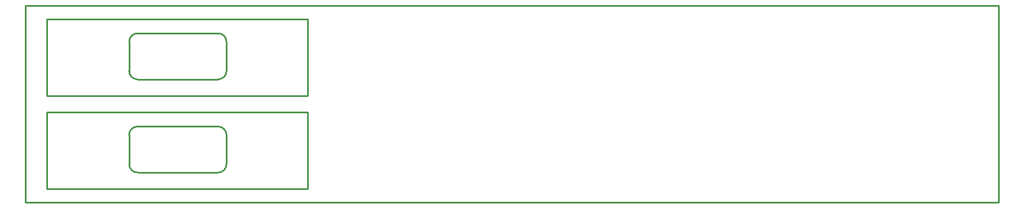
<source format=gm1>
G04 Layer_Color=16711935*
%FSAX43Y43*%
%MOMM*%
G71*
G01*
G75*
%ADD11C,0.254*%
D11*
X0095733Y0103998D02*
G03*
X0097003Y0105268I0000000J0001270D01*
G01*
X0097003Y0109650D02*
G03*
X0095733Y0110920I-0001270J0000000D01*
G01*
X0083668D02*
G03*
X0082398Y0109650I0000000J-0001270D01*
G01*
X0082398Y0105268D02*
G03*
X0083668Y0103998I0001270J0000000D01*
G01*
X0082398Y0119268D02*
G03*
X0083668Y0117998I0001270J0000000D01*
G01*
X0083668Y0124920D02*
G03*
X0082398Y0123650I0000000J-0001270D01*
G01*
X0097003D02*
G03*
X0095733Y0124920I-0001270J0000000D01*
G01*
X0095733Y0117998D02*
G03*
X0097003Y0119268I0000000J0001270D01*
G01*
X0109199Y0101547D02*
Y0113053D01*
X0070071D02*
X0109199D01*
X0070071Y0101547D02*
Y0113053D01*
Y0101547D02*
X0109199D01*
X0095288Y0103998D02*
X0095733D01*
X0097003Y0105268D02*
Y0109650D01*
X0095288Y0110920D02*
X0095733D01*
X0083668D02*
X0095288D01*
X0083668Y0103998D02*
X0095510D01*
X0082398Y0105268D02*
Y0109650D01*
Y0119268D02*
Y0123650D01*
X0083668Y0117998D02*
X0095510D01*
X0083668Y0124920D02*
X0095288D01*
X0095733D01*
X0097003Y0119268D02*
Y0123650D01*
X0095288Y0117998D02*
X0095733D01*
X0070071Y0115547D02*
X0109199D01*
X0070071D02*
Y0127053D01*
X0109199D01*
Y0115547D02*
Y0127053D01*
X0066813Y0099550D02*
X0212813D01*
X0066813D02*
Y0129050D01*
X0212813Y0099550D02*
X0212813Y0129050D01*
X0066813D02*
X0212813D01*
M02*

</source>
